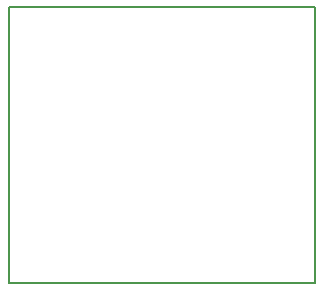
<source format=gm1>
G04 #@! TF.FileFunction,Profile,NP*
%FSLAX46Y46*%
G04 Gerber Fmt 4.6, Leading zero omitted, Abs format (unit mm)*
G04 Created by KiCad (PCBNEW 4.0.6) date Fri Jul 21 16:01:30 2017*
%MOMM*%
%LPD*%
G01*
G04 APERTURE LIST*
%ADD10C,0.100000*%
%ADD11C,0.150000*%
G04 APERTURE END LIST*
D10*
D11*
X85090000Y-54610000D02*
X59182000Y-54610000D01*
X85090000Y-31242000D02*
X85090000Y-54610000D01*
X59182000Y-31242000D02*
X85090000Y-31242000D01*
X59182000Y-54610000D02*
X59182000Y-31242000D01*
M02*

</source>
